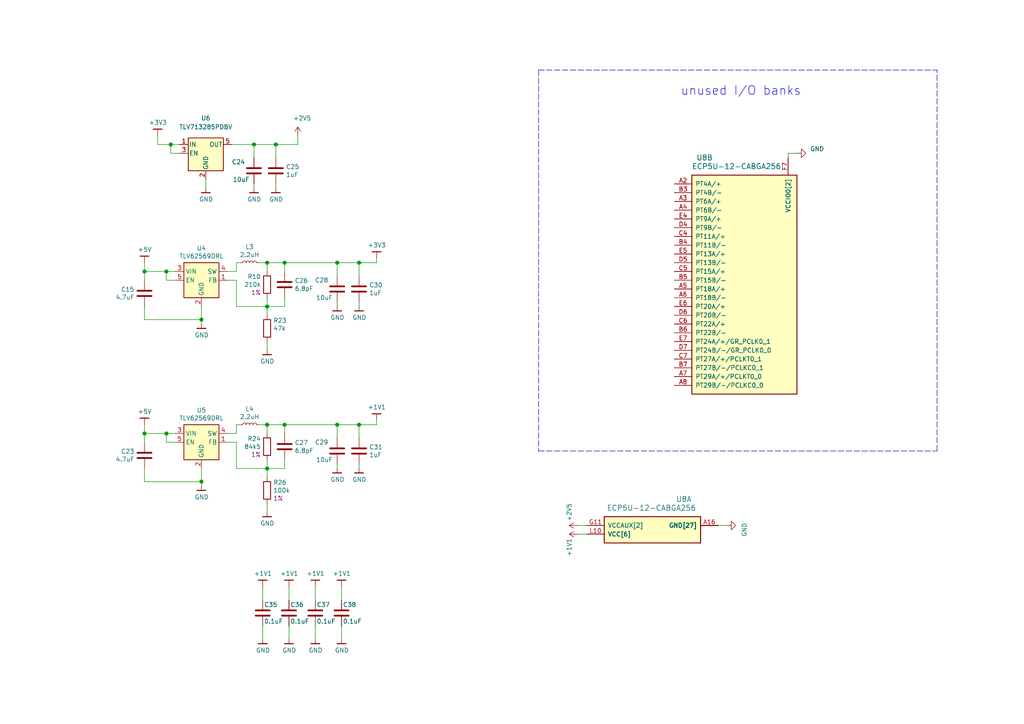
<source format=kicad_sch>
(kicad_sch (version 20230121) (generator eeschema)
  (paper "A4")
  (title_block (title "iCEBreaker+++") (date "2020-12-12") (rev "V0.1") (company "GsD") (comment 1 "2020 (C) GsD  <greg.davill@gmail.com>"))
  (lib_symbols
    (symbol "Device:C" (pin_numbers hide) (pin_names (offset 0.254))
      (property "Reference" "C" (at 0.635 2.54 0))
      (property "Value" "C" (at 0.635 -2.54 0))
      (symbol "C_0_1"
        (polyline (pts (xy -2.032 -0.762) (xy 2.032 -0.762)) (stroke (width 0.508)))
        (polyline (pts (xy -2.032 0.762) (xy 2.032 0.762)) (stroke (width 0.508)))
      )
      (symbol "C_1_1"
        (pin passive line (at 0 3.81 270) (length 2.794) (name "~") (number "1"))
        (pin passive line (at 0 -3.81 90) (length 2.794) (name "~") (number "2"))
      )
    )
    (symbol "Device:L_Small" (pin_numbers hide) (pin_names (offset 0.254) hide)
      (property "Reference" "L" (at 0.762 1.016 0))
      (property "Value" "L_Small" (at 0.762 -1.016 0))
      (symbol "L_Small_0_1"
        (arc (start 0 -2.032) (mid 0.5058 -1.524) (end 0 -1.016))
        (arc (start 0 -1.016) (mid 0.5058 -0.508) (end 0 0))
        (arc (start 0 0) (mid 0.5058 0.508) (end 0 1.016))
        (arc (start 0 1.016) (mid 0.5058 1.524) (end 0 2.032))
      )
      (symbol "L_Small_1_1"
        (pin passive line (at 0 2.54 270) (length 0.508) (name "~") (number "1"))
        (pin passive line (at 0 -2.54 90) (length 0.508) (name "~") (number "2"))
      )
    )
    (symbol "Device:R_3" (pin_numbers hide) (pin_names (offset 0))
      (property "Reference" "R" (at 2.032 0 90))
      (property "Value" "R" (at 0 0 90))
      (symbol "R_3_0_1"
        (rectangle (start -1.016 -2.54) (end 1.016 2.54) (stroke (width 0.254)))
      )
      (symbol "R_3_1_1"
        (pin passive line (at 0 3.81 270) (length 1.27) (name "~") (number "1"))
        (pin passive line (at 0 -3.81 90) (length 1.27) (name "~") (number "2"))
      )
    )
    (symbol "Device:R_4" (pin_numbers hide) (pin_names (offset 0))
      (property "Reference" "R" (at 2.032 0 90))
      (property "Value" "R" (at 0 0 90))
      (symbol "R_4_0_1"
        (rectangle (start -1.016 -2.54) (end 1.016 2.54) (stroke (width 0.254)))
      )
      (symbol "R_4_1_1"
        (pin passive line (at 0 3.81 270) (length 1.27) (name "~") (number "1"))
        (pin passive line (at 0 -3.81 90) (length 1.27) (name "~") (number "2"))
      )
    )
    (symbol "Device:R_5" (pin_numbers hide) (pin_names (offset 0))
      (property "Reference" "R" (at 2.032 0 90))
      (property "Value" "R" (at 0 0 90))
      (symbol "R_5_0_1"
        (rectangle (start -1.016 -2.54) (end 1.016 2.54) (stroke (width 0.254)))
      )
      (symbol "R_5_1_1"
        (pin passive line (at 0 3.81 270) (length 1.27) (name "~") (number "1"))
        (pin passive line (at 0 -3.81 90) (length 1.27) (name "~") (number "2"))
      )
    )
    (symbol "Device:R_6" (pin_numbers hide) (pin_names (offset 0))
      (property "Reference" "R" (at 2.032 0 90))
      (property "Value" "R" (at 0 0 90))
      (symbol "R_6_0_1"
        (rectangle (start -1.016 -2.54) (end 1.016 2.54) (stroke (width 0.254)))
      )
      (symbol "R_6_1_1"
        (pin passive line (at 0 3.81 270) (length 1.27) (name "~") (number "1"))
        (pin passive line (at 0 -3.81 90) (length 1.27) (name "~") (number "2"))
      )
    )
    (symbol "Regulator_Linear:TLV713285PDBV" (pin_names (offset 0.254))
      (property "Reference" "U" (at -3.81 5.715 0))
      (property "Value" "TLV713285PDBV" (at 0 5.715 0))
      (symbol "TLV713285PDBV_0_1"
        (rectangle (start -5.08 4.445) (end 5.08 -5.08) (stroke (width 0.254)) (fill (type background)))
      )
      (symbol "TLV713285PDBV_1_1"
        (pin power_in line (at -7.62 2.54 0) (length 2.54) (name "IN") (number "1"))
        (pin power_in line (at 0 -7.62 90) (length 2.54) (name "GND") (number "2"))
        (pin input line (at -7.62 0 0) (length 2.54) (name "EN") (number "3"))
        (pin no_connect line (at 5.08 0 180) (length 2.54) hide (name "NC") (number "4"))
        (pin power_out line (at 7.62 2.54 180) (length 2.54) (name "OUT") (number "5"))
      )
    )
    (symbol "Regulator_Switching:TLV62569DRL"
      (property "Reference" "U" (at -5.08 6.35 0))
      (property "Value" "TLV62569DRL" (at 0 6.35 0))
      (symbol "TLV62569DRL_0_1"
        (rectangle (start -5.08 5.08) (end 5.08 -5.08) (stroke (width 0.254)) (fill (type background)))
      )
      (symbol "TLV62569DRL_1_1"
        (pin input line (at 7.62 0 180) (length 2.54) (name "FB") (number "1"))
        (pin power_in line (at 0 -7.62 90) (length 2.54) (name "GND") (number "2"))
        (pin power_in line (at -7.62 2.54 0) (length 2.54) (name "VIN") (number "3"))
        (pin power_out line (at 7.62 2.54 180) (length 2.54) (name "SW") (number "4"))
        (pin input line (at -7.62 0 0) (length 2.54) (name "EN") (number "5"))
        (pin no_connect line (at 5.08 -2.54 180) (length 2.54) hide (name "NC") (number "6"))
      )
    )
    (symbol "gkl_power:+1V1" (power) (pin_names (offset 0))
      (property "Value" "+1V1" (at 0 3.556 0))
      (symbol "+1V1_0_1"
        (polyline (pts (xy -1.27 1.905) (xy 1.27 1.905)) (stroke (width 0.3048)))
        (polyline (pts (xy 0 0) (xy 0 1.905)))
      )
      (symbol "+1V1_1_1"
        (pin power_in line (at 0 0 90) (length 0) hide (name "+1V1") (number "1"))
      )
    )
    (symbol "gkl_power:+3V3" (power) (pin_names (offset 0))
      (property "Value" "+3V3" (at 0 3.556 0))
      (symbol "+3V3_0_1"
        (polyline (pts (xy -1.27 1.905) (xy 1.27 1.905)) (stroke (width 0.3048)))
        (polyline (pts (xy 0 0) (xy 0 1.905)))
      )
      (symbol "+3V3_1_1"
        (pin power_in line (at 0 0 90) (length 0) hide (name "+3V3") (number "1"))
      )
    )
    (symbol "gkl_power:+5V" (power) (pin_names (offset 0))
      (property "Value" "+5V" (at 0 3.175 0))
      (symbol "+5V_0_1"
        (polyline (pts (xy -1.27 1.905) (xy 1.27 1.905)) (stroke (width 0.3048)))
        (polyline (pts (xy 0 0) (xy 0 1.905)))
      )
      (symbol "+5V_1_1"
        (pin power_in line (at 0 0 90) (length 0) hide (name "+5V") (number "1"))
      )
    )
    (symbol "gkl_power:GND" (power) (pin_names (offset 0))
      (property "Value" "GND" (at 0 -2.54 0))
      (symbol "GND_0_1"
        (polyline (pts (xy 0 -1.27) (xy 0 0)))
        (polyline (pts (xy 1.27 -1.27) (xy -1.27 -1.27)) (stroke (width 0.3048)))
      )
      (symbol "GND_1_1"
        (pin power_in line (at 0 0 270) (length 0) hide (name "GND") (number "1"))
      )
    )
    (symbol "gsd-kicad:ECP5U-12-CABGA256" (pin_names (offset 1.016))
      (property "Reference" "U" (at 3.81 6.35 0))
      (property "Value" "ECP5U-12-CABGA256" (at 3.81 3.81 0))
      (symbol "ECP5U-12-CABGA256_1_1"
        (rectangle (start 5.08 17.78) (end 12.7 -10.16) (stroke (width 0.3048)) (fill (type background)))
        (pin power_in line (at 7.62 -15.24 90) (length 5.08) (name "GND[27]") (number "A1"))
        (pin power_in line (at 7.62 -15.24 90) (length 5.08) (name "GND[27]") (number "A16"))
        (pin power_in line (at 7.62 -15.24 90) (length 5.08) (name "GND[27]") (number "D15"))
        (pin power_in line (at 7.62 -15.24 90) (length 5.08) (name "GND[27]") (number "D2"))
        (pin power_in line (at 7.62 -15.24 90) (length 5.08) (name "GND[27]") (number "F8"))
        (pin power_in line (at 7.62 -15.24 90) (length 5.08) (name "GND[27]") (number "F9"))
        (pin power_in line (at 7.62 -15.24 90) (length 5.08) (name "GND[27]") (number "G10"))
        (pin power_in line (at 7.62 22.86 270) (length 5.08) (name "VCCAUX[2]") (number "G11"))
        (pin power_in line (at 10.16 22.86 270) (length 5.08) (name "VCC[6]") (number "G6"))
        (pin power_in line (at 10.16 22.86 270) (length 5.08) (name "VCC[6]") (number "G7"))
        (pin power_in line (at 7.62 -15.24 90) (length 5.08) (name "GND[27]") (number "G8"))
        (pin power_in line (at 10.16 22.86 270) (length 5.08) (name "VCC[6]") (number "G9"))
        (pin power_in line (at 7.62 -15.24 90) (length 5.08) (name "GND[27]") (number "H1"))
        (pin power_in line (at 7.62 -15.24 90) (length 5.08) (name "GND[27]") (number "H10"))
        (pin power_in line (at 7.62 -15.24 90) (length 5.08) (name "GND[27]") (number "H16"))
        (pin power_in line (at 7.62 -15.24 90) (length 5.08) (name "GND[27]") (number "H8"))
        (pin power_in line (at 7.62 -15.24 90) (length 5.08) (name "GND[27]") (number "H9"))
        (pin power_in line (at 7.62 -15.24 90) (length 5.08) (name "GND[27]") (number "J10"))
        (pin power_in line (at 7.62 -15.24 90) (length 5.08) (name "GND[27]") (number "J8"))
        (pin power_in line (at 7.62 -15.24 90) (length 5.08) (name "GND[27]") (number "J9"))
        (pin power_in line (at 7.62 -15.24 90) (length 5.08) (name "GND[27]") (number "K10"))
        (pin power_in line (at 7.62 -15.24 90) (length 5.08) (name "GND[27]") (number "K6"))
        (pin power_in line (at 7.62 -15.24 90) (length 5.08) (name "GND[27]") (number "K7"))
        (pin power_in line (at 7.62 -15.24 90) (length 5.08) (name "GND[27]") (number "K8"))
        (pin power_in line (at 7.62 -15.24 90) (length 5.08) (name "GND[27]") (number "K9"))
        (pin power_in line (at 10.16 22.86 270) (length 5.08) (name "VCC[6]") (number "L10"))
        (pin power_in line (at 7.62 22.86 270) (length 5.08) (name "VCCAUX[2]") (number "L7"))
        (pin power_in line (at 10.16 22.86 270) (length 5.08) (name "VCC[6]") (number "L8"))
        (pin power_in line (at 10.16 22.86 270) (length 5.08) (name "VCC[6]") (number "L9"))
        (pin power_in line (at 7.62 -15.24 90) (length 5.08) (name "GND[27]") (number "N15"))
        (pin power_in line (at 7.62 -15.24 90) (length 5.08) (name "GND[27]") (number "N2"))
        (pin power_in line (at 7.62 -15.24 90) (length 5.08) (name "GND[27]") (number "T1"))
        (pin power_in line (at 7.62 -15.24 90) (length 5.08) (name "GND[27]") (number "T12"))
        (pin power_in line (at 7.62 -15.24 90) (length 5.08) (name "GND[27]") (number "T16"))
        (pin power_in line (at 7.62 -15.24 90) (length 5.08) (name "GND[27]") (number "T5"))
      )
      (symbol "ECP5U-12-CABGA256_2_1"
        (rectangle (start 5.08 2.54) (end 35.56 -60.96) (stroke (width 0.3048)) (fill (type background)))
        (pin bidirectional line (at 0 0 0) (length 5.08) (name "PT4A/+") (number "A2"))
        (pin bidirectional line (at 0 -5.08 0) (length 5.08) (name "PT6A/+") (number "A3"))
        (pin bidirectional line (at 0 -7.62 0) (length 5.08) (name "PT6B/-") (number "A4"))
        (pin bidirectional line (at 0 -30.48 0) (length 5.08) (name "PT18A/+") (number "A5"))
        (pin bidirectional line (at 0 -33.02 0) (length 5.08) (name "PT18B/-") (number "A6"))
        (pin bidirectional line (at 0 -55.88 0) (length 5.08) (name "PT29A/+/PCLKT0_0") (number "A7"))
        (pin bidirectional line (at 0 -58.42 0) (length 5.08) (name "PT29B/-/PCLKC0_0") (number "A8"))
        (pin bidirectional line (at 0 -2.54 0) (length 5.08) (name "PT4B/-") (number "B3"))
        (pin bidirectional line (at 0 -17.78 0) (length 5.08) (name "PT11B/-") (number "B4"))
        (pin bidirectional line (at 0 -27.94 0) (length 5.08) (name "PT15B/-") (number "B5"))
        (pin bidirectional line (at 0 -43.18 0) (length 5.08) (name "PT22B/-") (number "B6"))
        (pin bidirectional line (at 0 -53.34 0) (length 5.08) (name "PT27B/-/PCLKC0_1") (number "B7"))
        (pin bidirectional line (at 0 -15.24 0) (length 5.08) (name "PT11A/+") (number "C4"))
        (pin bidirectional line (at 0 -25.4 0) (length 5.08) (name "PT15A/+") (number "C5"))
        (pin bidirectional line (at 0 -40.64 0) (length 5.08) (name "PT22A/+") (number "C6"))
        (pin bidirectional line (at 0 -50.8 0) (length 5.08) (name "PT27A/+/PCLKT0_1") (number "C7"))
        (pin bidirectional line (at 0 -12.7 0) (length 5.08) (name "PT9B/-") (number "D4"))
        (pin bidirectional line (at 0 -22.86 0) (length 5.08) (name "PT13B/-") (number "D5"))
        (pin bidirectional line (at 0 -38.1 0) (length 5.08) (name "PT20B/-") (number "D6"))
        (pin bidirectional line (at 0 -48.26 0) (length 5.08) (name "PT24B/-/GR_PCLK0_0") (number "D7"))
        (pin bidirectional line (at 0 -10.16 0) (length 5.08) (name "PT9A/+") (number "E4"))
        (pin bidirectional line (at 0 -20.32 0) (length 5.08) (name "PT13A/+") (number "E5"))
        (pin bidirectional line (at 0 -35.56 0) (length 5.08) (name "PT20A/+") (number "E6"))
        (pin bidirectional line (at 0 -45.72 0) (length 5.08) (name "PT24A/+/GR_PCLK0_1") (number "E7"))
        (pin power_in line (at 33.02 7.62 270) (length 5.08) (name "VCCIO0[2]") (number "F6"))
        (pin power_in line (at 33.02 7.62 270) (length 5.08) (name "VCCIO0[2]") (number "F7"))
      )
      (symbol "ECP5U-12-CABGA256_3_1"
        (rectangle (start 5.08 2.54) (end 35.56 -81.28) (stroke (width 0.3048)) (fill (type background)))
        (pin bidirectional line (at 0 -22.86 0) (length 5.08) (name "PT42B/-") (number "A10"))
        (pin bidirectional line (at 0 -45.72 0) (length 5.08) (name "PT53A/+") (number "A11"))
        (pin bidirectional line (at 0 -48.26 0) (length 5.08) (name "PT53B/-") (number "A12"))
        (pin bidirectional line (at 0 -71.12 0) (length 5.08) (name "PT65A/+") (number "A13"))
        (pin bidirectional line (at 0 -73.66 0) (length 5.08) (name "PT65B/-") (number "A14"))
        (pin bidirectional line (at 0 -78.74 0) (length 5.08) (name "PT67B/-") (number "A15"))
        (pin bidirectional line (at 0 -20.32 0) (length 5.08) (name "PT42A/+") (number "A9"))
        (pin bidirectional line (at 0 -25.4 0) (length 5.08) (name "PT44A/+") (number "B10"))
        (pin bidirectional line (at 0 -35.56 0) (length 5.08) (name "PT49A/+") (number "B11"))
        (pin bidirectional line (at 0 -50.8 0) (length 5.08) (name "PT56A/+") (number "B12"))
        (pin bidirectional line (at 0 -60.96 0) (length 5.08) (name "PT60A/+") (number "B13"))
        (pin bidirectional line (at 0 -76.2 0) (length 5.08) (name "PT67A/+") (number "B14"))
        (pin bidirectional line (at 0 -7.62 0) (length 5.08) (name "PT35B/-/PCLKC1_0") (number "B8"))
        (pin bidirectional line (at 0 -10.16 0) (length 5.08) (name "PT38A/+/GR_PCLK1_0") (number "B9"))
        (pin bidirectional line (at 0 -27.94 0) (length 5.08) (name "PT44B/-") (number "C10"))
        (pin bidirectional line (at 0 -38.1 0) (length 5.08) (name "PT49B/-") (number "C11"))
        (pin bidirectional line (at 0 -53.34 0) (length 5.08) (name "PT56B/-") (number "C12"))
        (pin bidirectional line (at 0 -63.5 0) (length 5.08) (name "PT60B/-") (number "C13"))
        (pin bidirectional line (at 0 -5.08 0) (length 5.08) (name "PT35A/+/PCLKT1_0") (number "C8"))
        (pin bidirectional line (at 0 -12.7 0) (length 5.08) (name "PT38B/-/GR_PCLK1_1") (number "C9"))
        (pin bidirectional line (at 0 -30.48 0) (length 5.08) (name "PT47A/+") (number "D10"))
        (pin bidirectional line (at 0 -40.64 0) (length 5.08) (name "PT51A/+") (number "D11"))
        (pin bidirectional line (at 0 -55.88 0) (length 5.08) (name "PT58A/+") (number "D12"))
        (pin bidirectional line (at 0 -66.04 0) (length 5.08) (name "PT62A/+") (number "D13"))
        (pin bidirectional line (at 0 -2.54 0) (length 5.08) (name "PT33B/-/PCLKC1_1") (number "D8"))
        (pin bidirectional line (at 0 -15.24 0) (length 5.08) (name "PT40A/+") (number "D9"))
        (pin bidirectional line (at 0 -33.02 0) (length 5.08) (name "PT47B/-") (number "E10"))
        (pin bidirectional line (at 0 -43.18 0) (length 5.08) (name "PT51B/-") (number "E11"))
        (pin bidirectional line (at 0 -58.42 0) (length 5.08) (name "PT58B/-") (number "E12"))
        (pin bidirectional line (at 0 -68.58 0) (length 5.08) (name "PT62B/-") (number "E13"))
        (pin bidirectional line (at 0 0 0) (length 5.08) (name "PT33A/+/PCLKT1_1") (number "E8"))
        (pin bidirectional line (at 0 -17.78 0) (length 5.08) (name "PT40B/-") (number "E9"))
        (pin power_in line (at 33.02 7.62 270) (length 5.08) (name "VCCIO1[2]") (number "F10"))
        (pin power_in line (at 33.02 7.62 270) (length 5.08) (name "VCCIO1[2]") (number "F11"))
      )
      (symbol "ECP5U-12-CABGA256_4_1"
        (rectangle (start 5.08 2.54) (end 48.26 -81.28) (stroke (width 0.3048)) (fill (type background)))
        (pin bidirectional line (at 0 -2.54 0) (length 5.08) (name "PR2B/-/S0_IN/HS/RDQ8") (number "B15"))
        (pin bidirectional line (at 0 0 0) (length 5.08) (name "PR2A/+/HS/RDQ8") (number "B16"))
        (pin bidirectional line (at 0 -5.08 0) (length 5.08) (name "PR2C/+/RDQ8") (number "C14"))
        (pin bidirectional line (at 0 -12.7 0) (length 5.08) (name "PR5B/-/HS/RDQ8") (number "C15"))
        (pin bidirectional line (at 0 -10.16 0) (length 5.08) (name "PR5A/+/HS/RDQ8") (number "C16"))
        (pin bidirectional line (at 0 -7.62 0) (length 5.08) (name "PR2D/-/RDQ8") (number "D14"))
        (pin bidirectional line (at 0 -20.32 0) (length 5.08) (name "PR8A/+/HS/RDQS8") (number "D16"))
        (pin bidirectional line (at 0 -15.24 0) (length 5.08) (name "PR5C/+/RDQ8") (number "E14"))
        (pin bidirectional line (at 0 -22.86 0) (length 5.08) (name "PR8B/-/HS/RDQSN8") (number "E15"))
        (pin bidirectional line (at 0 -38.1 0) (length 5.08) (name "PR11D/-/RDQ8") (number "E16"))
        (pin bidirectional line (at 0 -27.94 0) (length 5.08) (name "PR8D/-/RDQ8") (number "F12"))
        (pin bidirectional line (at 0 -25.4 0) (length 5.08) (name "PR8C/+/RDQ8") (number "F13"))
        (pin bidirectional line (at 0 -17.78 0) (length 5.08) (name "PR5D/-/RDQ8") (number "F14"))
        (pin bidirectional line (at 0 -35.56 0) (length 5.08) (name "PR11C/+/RDQ8") (number "F15"))
        (pin bidirectional line (at 0 -40.64 0) (length 5.08) (name "PR14A/+/HS/RDQ20") (number "F16"))
        (pin bidirectional line (at 0 -30.48 0) (length 5.08) (name "PR11A/+/HS/RDQ8") (number "G12"))
        (pin bidirectional line (at 0 -33.02 0) (length 5.08) (name "PR11B/-/HS/RDQ8") (number "G13"))
        (pin bidirectional line (at 0 -45.72 0) (length 5.08) (name "PR14C/+/VREF1_2/RDQ20") (number "G14"))
        (pin bidirectional line (at 0 -43.18 0) (length 5.08) (name "PR14B/-/HS/RDQ20") (number "G15"))
        (pin bidirectional line (at 0 -60.96 0) (length 5.08) (name "PR20A/+/GR_PCLK2_1/HS/RDQS20") (number "G16"))
        (pin power_in line (at 45.72 7.62 270) (length 5.08) (name "VCCIO2[2]") (number "H11"))
        (pin bidirectional line (at 0 -50.8 0) (length 5.08) (name "PR17A/+/HS/RDQ20") (number "H12"))
        (pin bidirectional line (at 0 -53.34 0) (length 5.08) (name "PR17B/-/HS/RDQ20") (number "H13"))
        (pin bidirectional line (at 0 -48.26 0) (length 5.08) (name "PR14D/-/RDQ20") (number "H14"))
        (pin bidirectional line (at 0 -63.5 0) (length 5.08) (name "PR20B/-/HS/RDQSN20") (number "H15"))
        (pin power_in line (at 45.72 7.62 270) (length 5.08) (name "VCCIO2[2]") (number "J11"))
        (pin bidirectional line (at 0 -58.42 0) (length 5.08) (name "PR17D/-/RDQ20") (number "J12"))
        (pin bidirectional line (at 0 -55.88 0) (length 5.08) (name "PR17C/+/RDQ20") (number "J13"))
        (pin bidirectional line (at 0 -66.04 0) (length 5.08) (name "PR20C/+/GR_PCLK2_0/RDQ20") (number "J14"))
        (pin bidirectional line (at 0 -73.66 0) (length 5.08) (name "PR23B/-/PCLKC2_1/HS/RDQ20") (number "J15"))
        (pin bidirectional line (at 0 -71.12 0) (length 5.08) (name "PR23A/+/PCLKT2_1/HS/RDQ20") (number "J16"))
        (pin bidirectional line (at 0 -68.58 0) (length 5.08) (name "PR20D/-/RDQ20") (number "K14"))
        (pin bidirectional line (at 0 -78.74 0) (length 5.08) (name "PR23D/-/PCLKC2_0/RDQ20") (number "K15"))
        (pin bidirectional line (at 0 -76.2 0) (length 5.08) (name "PR23C/+/PCLKT2_0/RDQ20") (number "K16"))
      )
      (symbol "ECP5U-12-CABGA256_5_1"
        (rectangle (start 5.08 2.54) (end 48.26 -81.28) (stroke (width 0.3048)) (fill (type background)))
        (pin power_in line (at 45.72 7.62 270) (length 5.08) (name "VCCIO3[2]") (number "K11"))
        (pin bidirectional line (at 0 -12.7 0) (length 5.08) (name "PR29B/-/HS/RDQ32") (number "K12"))
        (pin bidirectional line (at 0 -10.16 0) (length 5.08) (name "PR29A/+/GR_PCLK3_0/HS/RDQ32") (number "K13"))
        (pin power_in line (at 45.72 7.62 270) (length 5.08) (name "VCCIO3[2]") (number "L11"))
        (pin bidirectional line (at 0 -17.78 0) (length 5.08) (name "PR29D/-/RDQ32") (number "L12"))
        (pin bidirectional line (at 0 -15.24 0) (length 5.08) (name "PR29C/+/GR_PCLK3_1/RDQ32") (number "L13"))
        (pin bidirectional line (at 0 -25.4 0) (length 5.08) (name "PR32C/+/RDQ32") (number "L14"))
        (pin bidirectional line (at 0 -2.54 0) (length 5.08) (name "PR26B/-/PCLKC3_1/HS/RDQ32") (number "L15"))
        (pin bidirectional line (at 0 0 0) (length 5.08) (name "PR26A/+/PCLKT3_1/HS/RDQ32") (number "L16"))
        (pin bidirectional line (at 0 -71.12 0) (length 5.08) (name "PR47A/+/HS/RDQ44") (number "M11"))
        (pin bidirectional line (at 0 -66.04 0) (length 5.08) (name "PR44C/+/RDQ44") (number "M12"))
        (pin bidirectional line (at 0 -35.56 0) (length 5.08) (name "PR35C/+/RDQ32") (number "M13"))
        (pin bidirectional line (at 0 -27.94 0) (length 5.08) (name "PR32D/-/RDQ32") (number "M14"))
        (pin bidirectional line (at 0 -7.62 0) (length 5.08) (name "PR26D/-/PCLKC3_0/RDQ32") (number "M15"))
        (pin bidirectional line (at 0 -5.08 0) (length 5.08) (name "PR26C/+/PCLKT3_0/RDQ32") (number "M16"))
        (pin bidirectional line (at 0 -73.66 0) (length 5.08) (name "PR47B/-/HS/RDQ44") (number "N11"))
        (pin bidirectional line (at 0 -68.58 0) (length 5.08) (name "PR44D/-/RDQ44") (number "N12"))
        (pin bidirectional line (at 0 -40.64 0) (length 5.08) (name "PR38A/+/HS/RDQ44") (number "N13"))
        (pin bidirectional line (at 0 -38.1 0) (length 5.08) (name "PR35D/-/RDQ32") (number "N14"))
        (pin bidirectional line (at 0 -20.32 0) (length 5.08) (name "PR32A/+/HS/RDQS32") (number "N16"))
        (pin bidirectional line (at 0 -76.2 0) (length 5.08) (name "PR47C/+/LRC_GPLL0T_IN/RDQ44") (number "P11"))
        (pin bidirectional line (at 0 -78.74 0) (length 5.08) (name "PR47D/-/LRC_GPLL0C_IN/RDQ44") (number "P12"))
        (pin bidirectional line (at 0 -50.8 0) (length 5.08) (name "PR41A/+/HS/RDQ44") (number "P13"))
        (pin bidirectional line (at 0 -43.18 0) (length 5.08) (name "PR38B/-/HS/RDQ44") (number "P14"))
        (pin bidirectional line (at 0 -22.86 0) (length 5.08) (name "PR32B/-/HS/RDQSN32") (number "P15"))
        (pin bidirectional line (at 0 -30.48 0) (length 5.08) (name "PR35A/+/HS/RDQ32") (number "P16"))
        (pin bidirectional line (at 0 -60.96 0) (length 5.08) (name "PR44A/+/HS/RDQS44") (number "R12"))
        (pin bidirectional line (at 0 -55.88 0) (length 5.08) (name "PR41C/+/RDQ44") (number "R13"))
        (pin bidirectional line (at 0 -53.34 0) (length 5.08) (name "PR41B/-/HS/RDQ44") (number "R14"))
        (pin bidirectional line (at 0 -45.72 0) (length 5.08) (name "PR38C/+/RDQ44") (number "R15"))
        (pin bidirectional line (at 0 -33.02 0) (length 5.08) (name "PR35B/-/VREF1_3/HS/RDQ32") (number "R16"))
        (pin bidirectional line (at 0 -63.5 0) (length 5.08) (name "PR44B/-/HS/RDQSN44") (number "T13"))
        (pin bidirectional line (at 0 -58.42 0) (length 5.08) (name "PR41D/-/RDQ44") (number "T14"))
        (pin bidirectional line (at 0 -48.26 0) (length 5.08) (name "PR38D/-/RDQ44") (number "T15"))
      )
      (symbol "ECP5U-12-CABGA256_6_1"
        (rectangle (start 5.08 2.54) (end 48.26 -81.28) (stroke (width 0.3048)) (fill (type background)))
        (pin power_in line (at 45.72 7.62 270) (length 5.08) (name "VCCIO6[2]") (number "J6"))
        (pin power_in line (at 45.72 7.62 270) (length 5.08) (name "VCCIO6[2]") (number "J7"))
        (pin bidirectional line (at 0 -10.16 0) (length 5.08) (name "PL29A/+/GR_PCLK6_0/HS/LDQ32") (number "K4"))
        (pin bidirectional line (at 0 -12.7 0) (length 5.08) (name "PL29B/-/HS/LDQ32") (number "K5"))
        (pin bidirectional line (at 0 0 0) (length 5.08) (name "PL26A/+/PCLKT6_1/HS/LDQ32") (number "L1"))
        (pin bidirectional line (at 0 -2.54 0) (length 5.08) (name "PL26B/-/PCLKC6_1/HS/LDQ32") (number "L2"))
        (pin bidirectional line (at 0 -25.4 0) (length 5.08) (name "PL32C/+/LDQ32") (number "L3"))
        (pin bidirectional line (at 0 -15.24 0) (length 5.08) (name "PL29C/+/GR_PCLK6_1/LDQ32") (number "L4"))
        (pin bidirectional line (at 0 -17.78 0) (length 5.08) (name "PL29D/-/LDQ32") (number "L5"))
        (pin bidirectional line (at 0 -5.08 0) (length 5.08) (name "PL26C/+/PCLKT6_0/LDQ32") (number "M1"))
        (pin bidirectional line (at 0 -7.62 0) (length 5.08) (name "PL26D/-/PCLKC6_0/LDQ32") (number "M2"))
        (pin bidirectional line (at 0 -27.94 0) (length 5.08) (name "PL32D/-/LDQ32") (number "M3"))
        (pin bidirectional line (at 0 -35.56 0) (length 5.08) (name "PL35C/+/LDQ32") (number "M4"))
        (pin bidirectional line (at 0 -66.04 0) (length 5.08) (name "PL44C/+/LDQ44") (number "M5"))
        (pin bidirectional line (at 0 -71.12 0) (length 5.08) (name "PL47A/+/HS/LDQ44") (number "M6"))
        (pin bidirectional line (at 0 -20.32 0) (length 5.08) (name "PL32A/+/HS/LDQS32") (number "N1"))
        (pin bidirectional line (at 0 -38.1 0) (length 5.08) (name "PL35D/-/LDQ32") (number "N3"))
        (pin bidirectional line (at 0 -40.64 0) (length 5.08) (name "PL38A/+/HS/LDQ44") (number "N4"))
        (pin bidirectional line (at 0 -68.58 0) (length 5.08) (name "PL44D/-/LDQ44") (number "N5"))
        (pin bidirectional line (at 0 -73.66 0) (length 5.08) (name "PL47B/-/HS/LDQ44") (number "N6"))
        (pin bidirectional line (at 0 -30.48 0) (length 5.08) (name "PL35A/+/HS/LDQ32") (number "P1"))
        (pin bidirectional line (at 0 -22.86 0) (length 5.08) (name "PL32B/-/HS/LDQSN32") (number "P2"))
        (pin bidirectional line (at 0 -43.18 0) (length 5.08) (name "PL38B/-/HS/LDQ44") (number "P3"))
        (pin bidirectional line (at 0 -50.8 0) (length 5.08) (name "PL41A/+/HS/LDQ44") (number "P4"))
        (pin bidirectional line (at 0 -78.74 0) (length 5.08) (name "PL47D/-/LLC_GPLL0C_IN/LDQ44") (number "P5"))
        (pin bidirectional line (at 0 -76.2 0) (length 5.08) (name "PL47C/+/LLC_GPLL0T_IN/LDQ44") (number "P6"))
        (pin bidirectional line (at 0 -33.02 0) (length 5.08) (name "PL35B/-/VREF1_6/HS/LDQ32") (number "R1"))
        (pin bidirectional line (at 0 -45.72 0) (length 5.08) (name "PL38C/+/LDQ44") (number "R2"))
        (pin bidirectional line (at 0 -53.34 0) (length 5.08) (name "PL41B/-/HS/LDQ44") (number "R3"))
        (pin bidirectional line (at 0 -55.88 0) (length 5.08) (name "PL41C/+/LDQ44") (number "R4"))
        (pin bidirectional line (at 0 -60.96 0) (length 5.08) (name "PL44A/+/HS/LDQS44") (number "R5"))
        (pin bidirectional line (at 0 -48.26 0) (length 5.08) (name "PL38D/-/LDQ44") (number "T2"))
        (pin bidirectional line (at 0 -58.42 0) (length 5.08) (name "PL41D/-/LDQ44") (number "T3"))
        (pin bidirectional line (at 0 -63.5 0) (length 5.08) (name "PL44B/-/HS/LDQSN44") (number "T4"))
      )
      (symbol "ECP5U-12-CABGA256_7_1"
        (rectangle (start 5.08 2.54) (end 48.26 -81.28) (stroke (width 0.3048)) (fill (type background)))
        (pin bidirectional line (at 0 0 0) (length 5.08) (name "PL2A/+/HS/LDQ8") (number "B1"))
        (pin bidirectional line (at 0 -2.54 0) (length 5.08) (name "PL2B/-/HS/LDQ8") (number "B2"))
        (pin bidirectional line (at 0 -10.16 0) (length 5.08) (name "PL5A/+/HS/LDQ8") (number "C1"))
        (pin bidirectional line (at 0 -12.7 0) (length 5.08) (name "PL5B/-/HS/LDQ8") (number "C2"))
        (pin bidirectional line (at 0 -5.08 0) (length 5.08) (name "PL2C/+/LDQ8") (number "C3"))
        (pin bidirectional line (at 0 -20.32 0) (length 5.08) (name "PL8A/+/HS/LDQS8") (number "D1"))
        (pin bidirectional line (at 0 -7.62 0) (length 5.08) (name "PL2D/-/LDQ8") (number "D3"))
        (pin bidirectional line (at 0 -38.1 0) (length 5.08) (name "PL11D/-/LDQ8") (number "E1"))
        (pin bidirectional line (at 0 -22.86 0) (length 5.08) (name "PL8B/-/HS/LDQSN8") (number "E2"))
        (pin bidirectional line (at 0 -15.24 0) (length 5.08) (name "PL5C/+/LDQ8") (number "E3"))
        (pin bidirectional line (at 0 -40.64 0) (length 5.08) (name "PL14A/+/HS/LDQ20") (number "F1"))
        (pin bidirectional line (at 0 -35.56 0) (length 5.08) (name "PL11C/+/LDQ8") (number "F2"))
        (pin bidirectional line (at 0 -17.78 0) (length 5.08) (name "PL5D/-/LDQ8") (number "F3"))
        (pin bidirectional line (at 0 -25.4 0) (length 5.08) (name "PL8C/+/LDQ8") (number "F4"))
        (pin bidirectional line (at 0 -27.94 0) (length 5.08) (name "PL8D/-/LDQ8") (number "F5"))
        (pin bidirectional line (at 0 -60.96 0) (length 5.08) (name "PL20A/+/GR_PCLK7_1/HS/LDQS20") (number "G1"))
        (pin bidirectional line (at 0 -43.18 0) (length 5.08) (name "PL14B/-/HS/LDQ20") (number "G2"))
        (pin bidirectional line (at 0 -45.72 0) (length 5.08) (name "PL14C/+/VREF1_7/LDQ20") (number "G3"))
        (pin bidirectional line (at 0 -33.02 0) (length 5.08) (name "PL11B/-/HS/LDQ8") (number "G4"))
        (pin bidirectional line (at 0 -30.48 0) (length 5.08) (name "PL11A/+/HS/LDQ8") (number "G5"))
        (pin bidirectional line (at 0 -63.5 0) (length 5.08) (name "PL20B/-/HS/LDQSN20") (number "H2"))
        (pin bidirectional line (at 0 -48.26 0) (length 5.08) (name "PL14D/-/LDQ20") (number "H3"))
        (pin bidirectional line (at 0 -53.34 0) (length 5.08) (name "PL17B/-/HS/LDQ20") (number "H4"))
        (pin bidirectional line (at 0 -50.8 0) (length 5.08) (name "PL17A/+/HS/LDQ20") (number "H5"))
        (pin power_in line (at 45.72 7.62 270) (length 5.08) (name "VCCIO7[2]") (number "H6"))
        (pin power_in line (at 45.72 7.62 270) (length 5.08) (name "VCCIO7[2]") (number "H7"))
        (pin bidirectional line (at 0 -71.12 0) (length 5.08) (name "PL23A/+/PCLKT7_1/HS/LDQ20") (number "J1"))
        (pin bidirectional line (at 0 -73.66 0) (length 5.08) (name "PL23B/-/PCLKC7_1/HS/LDQ20") (number "J2"))
        (pin bidirectional line (at 0 -66.04 0) (length 5.08) (name "PL20C/+/GR_PCLK7_0/LDQ20") (number "J3"))
        (pin bidirectional line (at 0 -55.88 0) (length 5.08) (name "PL17C/+/LDQ20") (number "J4"))
        (pin bidirectional line (at 0 -58.42 0) (length 5.08) (name "PL17D/-/LDQ20") (number "J5"))
        (pin bidirectional line (at 0 -76.2 0) (length 5.08) (name "PL23C/+/PCLKT7_0/LDQ20") (number "K1"))
        (pin bidirectional line (at 0 -78.74 0) (length 5.08) (name "PL23D/-/PCLKC7_0/LDQ20") (number "K2"))
        (pin bidirectional line (at 0 -68.58 0) (length 5.08) (name "PL20D/-/LDQ20") (number "K3"))
      )
      (symbol "ECP5U-12-CABGA256_8_1"
        (rectangle (start 5.08 2.54) (end 53.34 -50.8) (stroke (width 0.3048)) (fill (type background)))
        (pin power_in line (at 50.8 7.62 270) (length 5.08) (name "VCCIO8") (number "L6"))
        (pin bidirectional line (at 0 -27.94 0) (length 5.08) (name "PB9B/-/D2/IO2") (number "M7"))
        (pin bidirectional line (at 0 -43.18 0) (length 5.08) (name "PB15B/-/DOUT/CSON") (number "M8"))
        (pin bidirectional line (at 0 -45.72 0) (length 5.08) (name "PB18A/WRITEN") (number "M9"))
        (pin bidirectional line (at 0 -2.54 0) (length 5.08) (name "CFG_0") (number "N10"))
        (pin bidirectional line (at 0 -25.4 0) (length 5.08) (name "PB9A/+/D3/IO3") (number "N7"))
        (pin bidirectional line (at 0 -40.64 0) (length 5.08) (name "PB15A/+/HOLDN/DI/BUSY/CSSPIN/CEN") (number "N8"))
        (pin bidirectional line (at 0 0 0) (length 5.08) (name "CCLK/MCLK/SCK") (number "N9"))
        (pin bidirectional line (at 0 -5.08 0) (length 5.08) (name "CFG_1") (number "P10"))
        (pin bidirectional line (at 0 -22.86 0) (length 5.08) (name "PB6B/-/D4/MOSI2/IO4") (number "P7"))
        (pin bidirectional line (at 0 -38.1 0) (length 5.08) (name "PB13B/-/CS1N") (number "P8"))
        (pin bidirectional line (at 0 -10.16 0) (length 5.08) (name "DONE") (number "P9"))
        (pin bidirectional line (at 0 -7.62 0) (length 5.08) (name "CFG_2") (number "R10"))
        (pin bidirectional line (at 0 -17.78 0) (length 5.08) (name "PB4B/-/D6/IO6") (number "R6"))
        (pin bidirectional line (at 0 -20.32 0) (length 5.08) (name "PB6A/+/D5/MISO2/IO5") (number "R7"))
        (pin bidirectional line (at 0 -35.56 0) (length 5.08) (name "PB13A/+/SN/CSN") (number "R8"))
        (pin bidirectional line (at 0 -48.26 0) (length 5.08) (name "PROGRAMN") (number "R9"))
        (pin bidirectional line (at 0 -15.24 0) (length 5.08) (name "PB4A/+/D7/IO7") (number "T6"))
        (pin bidirectional line (at 0 -30.48 0) (length 5.08) (name "PB11A/+/D1/MISO/IO1") (number "T7"))
        (pin bidirectional line (at 0 -33.02 0) (length 5.08) (name "PB11B/-/D0/MOSI/IO0") (number "T8"))
        (pin bidirectional line (at 0 -12.7 0) (length 5.08) (name "INITN") (number "T9"))
      )
      (symbol "ECP5U-12-CABGA256_9_1"
        (rectangle (start 5.08 2.54) (end 12.7 -10.16) (stroke (width 0.3048)) (fill (type background)))
        (pin bidirectional line (at 0 -5.08 0) (length 5.08) (name "TDO") (number "M10"))
        (pin bidirectional line (at 0 -2.54 0) (length 5.08) (name "TDI") (number "R11"))
        (pin bidirectional line (at 0 0 0) (length 5.08) (name "TCK") (number "T10"))
        (pin bidirectional line (at 0 -7.62 0) (length 5.08) (name "TMS") (number "T11"))
      )
    )
    (symbol "power:+1V1" (power) (pin_names (offset 0))
      (property "Value" "+1V1" (at 0 3.556 0))
      (symbol "+1V1_0_1"
        (polyline (pts (xy -0.762 1.27) (xy 0 2.54)))
        (polyline (pts (xy 0 0) (xy 0 2.54)))
        (polyline (pts (xy 0 2.54) (xy 0.762 1.27)))
      )
      (symbol "+1V1_1_1"
        (pin power_in line (at 0 0 90) (length 0) hide (name "+1V1") (number "1"))
      )
    )
    (symbol "power:+2V5" (power) (pin_names (offset 0))
      (property "Value" "+2V5" (at 0 3.556 0))
      (symbol "+2V5_0_1"
        (polyline (pts (xy -0.762 1.27) (xy 0 2.54)))
        (polyline (pts (xy 0 0) (xy 0 2.54)))
        (polyline (pts (xy 0 2.54) (xy 0.762 1.27)))
      )
      (symbol "+2V5_1_1"
        (pin power_in line (at 0 0 90) (length 0) hide (name "+2V5") (number "1"))
      )
    )
    (symbol "power:GND" (power) (pin_names (offset 0))
      (property "Value" "GND" (at 0 -3.81 0))
      (symbol "GND_0_1"
        (polyline (pts (xy 0 0) (xy 0 -1.27) (xy 1.27 -1.27) (xy 0 -2.54) (xy -1.27 -1.27) (xy 0 -1.27)))
      )
      (symbol "GND_1_1"
        (pin power_in line (at 0 0 270) (length 0) hide (name "GND") (number "1"))
      )
    )
  )
  (junction (at 97.79 123.19) (diameter 1.016))
  (junction (at 73.66 41.91) (diameter 1.016))
  (junction (at 48.26 78.74) (diameter 1.016))
  (junction (at 41.91 78.74) (diameter 1.016))
  (junction (at 48.26 125.73) (diameter 1.016))
  (junction (at 77.47 135.89) (diameter 1.016))
  (junction (at 82.55 76.2) (diameter 1.016))
  (junction (at 82.55 123.19) (diameter 1.016))
  (junction (at 104.14 76.2) (diameter 1.016))
  (junction (at 58.42 139.7) (diameter 1.016))
  (junction (at 41.91 125.73) (diameter 1.016))
  (junction (at 77.47 123.19) (diameter 1.016))
  (junction (at 80.01 41.91) (diameter 1.016))
  (junction (at 97.79 76.2) (diameter 1.016))
  (junction (at 58.42 92.71) (diameter 1.016))
  (junction (at 77.47 88.9) (diameter 1.016))
  (junction (at 49.53 41.91) (diameter 1.016))
  (junction (at 77.47 76.2) (diameter 1.016))
  (junction (at 104.14 123.19) (diameter 1.016))
  (wire (pts (xy 91.44 181.61) (xy 91.44 185.42)))
  (wire (pts (xy 167.64 154.94) (xy 170.18 154.94)))
  (wire (pts (xy 77.47 88.9) (xy 68.58 88.9)))
  (wire (pts (xy 76.2 170.18) (xy 76.2 173.99)))
  (wire (pts (xy 74.93 76.2) (xy 77.47 76.2)))
  (wire (pts (xy 104.14 76.2) (xy 109.22 76.2)))
  (wire (pts (xy 82.55 135.89) (xy 77.47 135.89)))
  (wire (pts (xy 48.26 128.27) (xy 48.26 125.73)))
  (wire (pts (xy 82.55 133.35) (xy 82.55 135.89)))
  (wire (pts (xy 77.47 133.35) (xy 77.47 135.89)))
  (wire (pts (xy 41.91 139.7) (xy 58.42 139.7)))
  (wire (pts (xy 41.91 76.2) (xy 41.91 78.74)))
  (wire (pts (xy 109.22 76.2) (xy 109.22 74.93)))
  (wire (pts (xy 68.58 76.2) (xy 69.85 76.2)))
  (wire (pts (xy 58.42 139.7) (xy 58.42 140.97)))
  (wire (pts (xy 104.14 123.19) (xy 97.79 123.19)))
  (wire (pts (xy 73.66 45.72) (xy 73.66 41.91)))
  (wire (pts (xy 48.26 78.74) (xy 50.8 78.74)))
  (wire (pts (xy 50.8 128.27) (xy 48.26 128.27)))
  (wire (pts (xy 82.55 88.9) (xy 77.47 88.9)))
  (wire (pts (xy 68.58 81.28) (xy 66.04 81.28)))
  (wire (pts (xy 97.79 80.01) (xy 97.79 76.2)))
  (wire (pts (xy 228.6 45.72) (xy 228.6 44.45)))
  (wire (pts (xy 82.55 86.36) (xy 82.55 88.9)))
  (wire (pts (xy 208.28 152.4) (xy 210.82 152.4)))
  (wire (pts (xy 58.42 135.89) (xy 58.42 139.7)))
  (wire (pts (xy 77.47 135.89) (xy 77.47 138.43)))
  (wire (pts (xy 41.91 123.19) (xy 41.91 125.73)))
  (wire (pts (xy 68.58 76.2) (xy 68.58 78.74)))
  (wire (pts (xy 68.58 128.27) (xy 66.04 128.27)))
  (wire (pts (xy 97.79 134.62) (xy 97.79 135.89)))
  (wire (pts (xy 82.55 123.19) (xy 97.79 123.19)))
  (wire (pts (xy 48.26 81.28) (xy 48.26 78.74)))
  (wire (pts (xy 82.55 123.19) (xy 82.55 125.73)))
  (wire (pts (xy 77.47 86.36) (xy 77.47 88.9)))
  (wire (pts (xy 104.14 123.19) (xy 104.14 127)))
  (wire (pts (xy 68.58 78.74) (xy 66.04 78.74)))
  (wire (pts (xy 77.47 146.05) (xy 77.47 148.59)))
  (wire (pts (xy 68.58 135.89) (xy 77.47 135.89)))
  (wire (pts (xy 67.31 41.91) (xy 73.66 41.91)))
  (wire (pts (xy 86.36 39.37) (xy 86.36 41.91)))
  (wire (pts (xy 99.06 170.18) (xy 99.06 173.99)))
  (wire (pts (xy 41.91 135.89) (xy 41.91 139.7)))
  (wire (pts (xy 99.06 181.61) (xy 99.06 185.42)))
  (wire (pts (xy 104.14 76.2) (xy 97.79 76.2)))
  (wire (pts (xy 77.47 88.9) (xy 77.47 91.44)))
  (polyline (pts (xy 156.21 20.32) (xy 156.21 130.81)) (stroke (width 0) (type dash)))
  (wire (pts (xy 97.79 87.63) (xy 97.79 88.9)))
  (wire (pts (xy 77.47 76.2) (xy 82.55 76.2)))
  (polyline (pts (xy 156.21 20.32) (xy 271.78 20.32)) (stroke (width 0) (type dash)))
  (wire (pts (xy 45.72 39.37) (xy 45.72 41.91)))
  (wire (pts (xy 80.01 41.91) (xy 86.36 41.91)))
  (wire (pts (xy 49.53 41.91) (xy 49.53 44.45)))
  (wire (pts (xy 49.53 41.91) (xy 52.07 41.91)))
  (wire (pts (xy 41.91 92.71) (xy 58.42 92.71)))
  (wire (pts (xy 80.01 53.34) (xy 80.01 54.61)))
  (wire (pts (xy 41.91 78.74) (xy 41.91 81.28)))
  (wire (pts (xy 91.44 170.18) (xy 91.44 173.99)))
  (wire (pts (xy 228.6 44.45) (xy 231.14 44.45)))
  (wire (pts (xy 73.66 41.91) (xy 80.01 41.91)))
  (wire (pts (xy 104.14 134.62) (xy 104.14 135.89)))
  (wire (pts (xy 77.47 123.19) (xy 82.55 123.19)))
  (wire (pts (xy 167.64 152.4) (xy 170.18 152.4)))
  (wire (pts (xy 80.01 41.91) (xy 80.01 45.72)))
  (wire (pts (xy 48.26 125.73) (xy 50.8 125.73)))
  (wire (pts (xy 68.58 125.73) (xy 66.04 125.73)))
  (wire (pts (xy 41.91 125.73) (xy 48.26 125.73)))
  (wire (pts (xy 83.82 181.61) (xy 83.82 185.42)))
  (wire (pts (xy 41.91 78.74) (xy 48.26 78.74)))
  (wire (pts (xy 68.58 123.19) (xy 69.85 123.19)))
  (wire (pts (xy 104.14 87.63) (xy 104.14 88.9)))
  (wire (pts (xy 58.42 88.9) (xy 58.42 92.71)))
  (wire (pts (xy 73.66 53.34) (xy 73.66 54.61)))
  (wire (pts (xy 109.22 121.92) (xy 109.22 123.19)))
  (wire (pts (xy 59.69 52.07) (xy 59.69 54.61)))
  (wire (pts (xy 77.47 99.06) (xy 77.47 101.6)))
  (wire (pts (xy 41.91 88.9) (xy 41.91 92.71)))
  (wire (pts (xy 82.55 76.2) (xy 97.79 76.2)))
  (polyline (pts (xy 156.21 130.81) (xy 271.78 130.81)) (stroke (width 0) (type dash)))
  (wire (pts (xy 68.58 135.89) (xy 68.58 128.27)))
  (wire (pts (xy 83.82 170.18) (xy 83.82 173.99)))
  (wire (pts (xy 77.47 76.2) (xy 77.47 78.74)))
  (wire (pts (xy 74.93 123.19) (xy 77.47 123.19)))
  (wire (pts (xy 68.58 88.9) (xy 68.58 81.28)))
  (wire (pts (xy 97.79 127) (xy 97.79 123.19)))
  (wire (pts (xy 58.42 92.71) (xy 58.42 93.98)))
  (wire (pts (xy 104.14 123.19) (xy 109.22 123.19)))
  (wire (pts (xy 104.14 76.2) (xy 104.14 80.01)))
  (wire (pts (xy 82.55 76.2) (xy 82.55 78.74)))
  (wire (pts (xy 41.91 125.73) (xy 41.91 128.27)))
  (wire (pts (xy 50.8 81.28) (xy 48.26 81.28)))
  (wire (pts (xy 68.58 123.19) (xy 68.58 125.73)))
  (wire (pts (xy 77.47 123.19) (xy 77.47 125.73)))
  (wire (pts (xy 45.72 41.91) (xy 49.53 41.91)))
  (wire (pts (xy 52.07 44.45) (xy 49.53 44.45)))
  (polyline (pts (xy 271.78 130.81) (xy 271.78 20.32)) (stroke (width 0) (type dash)))
  (wire (pts (xy 76.2 181.61) (xy 76.2 185.42)))
  (text "unused I/O banks" (at 232.41 27.94 0) (effects (font (size 2.54 2.54)) (justify right bottom)))
  (symbol (lib_id "Regulator_Switching:TLV62569DRL") (at 58.42 81.28 0) (unit 1)
    (property "Reference" "U4" (at 58.42 71.9898 0))
    (property "Value" "TLV62569DRL" (at 58.42 74.2885 0))
    (property "Footprint" "Package_TO_SOT_SMD:SOT-666" (effects hide))
    (property "Datasheet" "http://www.ti.com/lit/ds/symlink/tlv62569.pdf" (effects hide))
    (property "PN" "TLV62569DRLR" (effects hide))
  )
  (symbol (lib_id "gkl_power:GND") (at 104.14 135.89 0) (unit 1)
    (property "Reference" "#PWR0157" (effects hide))
    (property "Value" "GND" (at 104.2162 139.0904 0))
  )
  (symbol (lib_id "gkl_power:GND") (at 80.01 54.61 0) (unit 1)
    (property "Reference" "#PWR0144" (effects hide))
    (property "Value" "GND" (at 80.0862 57.8104 0))
  )
  (symbol (lib_id "power:+1V1") (at 167.64 154.94 90) (mirror x) (unit 1)
    (property "Reference" "#PWR0125" (effects hide))
    (property "Value" "+1V1" (at 165.1 158.75 0))
  )
  (symbol (lib_id "Device:C") (at 99.06 177.8 0) (mirror y) (unit 1)
    (property "Reference" "C38" (at 99.441 175.387 0) (effects (justify right)))
    (property "Value" "0.1uF" (at 99.441 180.213 0) (effects (justify right)))
    (property "Footprint" "Capacitor_SMD:C_0402_1005Metric" (effects hide))
    (property "Mfg" "KEMET" (effects hide))
    (property "PN" "C0402C104K8PAC7411" (effects hide))
  )
  (symbol (lib_id "gkl_power:GND") (at 58.42 93.98 0) (unit 1)
    (property "Reference" "#PWR0152" (effects hide))
    (property "Value" "GND" (at 58.4962 97.1804 0))
  )
  (symbol (lib_id "Device:C") (at 76.2 177.8 0) (mirror y) (unit 1)
    (property "Reference" "C35" (at 76.581 175.387 0) (effects (justify right)))
    (property "Value" "0.1uF" (at 76.581 180.213 0) (effects (justify right)))
    (property "Footprint" "Capacitor_SMD:C_0402_1005Metric" (effects hide))
    (property "Mfg" "KEMET" (effects hide))
    (property "PN" "C0402C104K8PAC7411" (effects hide))
  )
  (symbol (lib_id "gkl_power:GND") (at 97.79 88.9 0) (unit 1)
    (property "Reference" "#PWR0153" (effects hide))
    (property "Value" "GND" (at 97.8662 92.1004 0))
  )
  (symbol (lib_id "gkl_power:+5V") (at 41.91 76.2 0) (unit 1)
    (property "Reference" "#PWR0146" (effects hide))
    (property "Value" "+5V" (at 41.9862 72.3646 0))
  )
  (symbol (lib_id "Regulator_Switching:TLV62569DRL") (at 58.42 128.27 0) (unit 1)
    (property "Reference" "U5" (at 58.42 118.9798 0))
    (property "Value" "TLV62569DRL" (at 58.42 121.2785 0))
    (property "Footprint" "Package_TO_SOT_SMD:SOT-666" (effects hide))
    (property "Datasheet" "http://www.ti.com/lit/ds/symlink/tlv62569.pdf" (effects hide))
    (property "PN" "TLV62569DRLR" (effects hide))
  )
  (symbol (lib_id "gkl_power:+5V") (at 41.91 123.19 0) (unit 1)
    (property "Reference" "#PWR0149" (effects hide))
    (property "Value" "+5V" (at 41.9862 119.3546 0))
  )
  (symbol (lib_id "gkl_power:GND") (at 99.06 185.42 0) (unit 1)
    (property "Reference" "#PWR0167" (effects hide))
    (property "Value" "GND" (at 99.1362 188.6204 0))
  )
  (symbol (lib_id "Device:C") (at 80.01 49.53 0) (mirror y) (unit 1)
    (property "Reference" "C25" (at 82.931 48.387 0) (effects (justify right)))
    (property "Value" "1uF" (at 82.931 50.673 0) (effects (justify right)))
    (property "Footprint" "Capacitor_SMD:C_0402_1005Metric" (effects hide))
    (property "Mfg" "Yageo" (effects hide))
    (property "PN" "CC0402KRX5R6BB105" (effects hide))
  )
  (symbol (lib_id "gkl_power:GND") (at 77.47 101.6 0) (unit 1)
    (property "Reference" "#PWR0151" (effects hide))
    (property "Value" "GND" (at 77.5462 104.8004 0))
  )
  (symbol (lib_id "gkl_power:GND") (at 91.44 185.42 0) (unit 1)
    (property "Reference" "#PWR0166" (effects hide))
    (property "Value" "GND" (at 91.5162 188.6204 0))
  )
  (symbol (lib_id "gkl_power:+3V3") (at 45.72 39.37 0) (unit 1)
    (property "Reference" "#PWR0156" (effects hide))
    (property "Value" "+3V3" (at 45.7962 35.5346 0))
  )
  (symbol (lib_id "power:+2V5") (at 86.36 39.37 0) (unit 1)
    (property "Reference" "#PWR0155" (effects hide))
    (property "Value" "+2V5" (at 87.63 34.29 0))
  )
  (symbol (lib_id "Device:C") (at 83.82 177.8 0) (mirror y) (unit 1)
    (property "Reference" "C36" (at 84.201 175.387 0) (effects (justify right)))
    (property "Value" "0.1uF" (at 84.201 180.213 0) (effects (justify right)))
    (property "Footprint" "Capacitor_SMD:C_0402_1005Metric" (effects hide))
    (property "Mfg" "KEMET" (effects hide))
    (property "PN" "C0402C104K8PAC7411" (effects hide))
  )
  (symbol (lib_id "gkl_power:+1V1") (at 91.44 170.18 0) (unit 1)
    (property "Reference" "#PWR0162" (effects hide))
    (property "Value" "+1V1" (at 91.5162 166.3446 0))
  )
  (symbol (lib_name "Device:R_3") (lib_id "Device:R") (at 77.47 82.55 180) (unit 1)
    (property "Reference" "R10" (at 75.692 80.2513 0) (effects (justify left)))
    (property "Value" "210k" (at 75.692 82.55 0) (effects (justify left)))
    (property "Footprint" "Resistor_SMD:R_0402_1005Metric" (effects hide))
    (property "PN" "RC0402FR-07210KL" (effects hide))
    (property "Tol" "1%" (at 75.692 84.8487 0) (effects (justify left)))
  )
  (symbol (lib_id "power:+2V5") (at 167.64 152.4 90) (mirror x) (unit 1)
    (property "Reference" "#PWR0126" (effects hide))
    (property "Value" "+2V5" (at 165.1 148.59 0))
  )
  (symbol (lib_id "Device:C") (at 104.14 130.81 0) (mirror y) (unit 1)
    (property "Reference" "C31" (at 107.061 129.667 0) (effects (justify right)))
    (property "Value" "1uF" (at 107.061 131.953 0) (effects (justify right)))
    (property "Footprint" "Capacitor_SMD:C_0402_1005Metric" (effects hide))
    (property "Mfg" "Yageo" (effects hide))
    (property "PN" "CC0402KRX5R6BB105" (effects hide))
  )
  (symbol (lib_id "gkl_power:GND") (at 73.66 54.61 0) (unit 1)
    (property "Reference" "#PWR0145" (effects hide))
    (property "Value" "GND" (at 73.7362 57.8104 0))
  )
  (symbol (lib_name "Device:R_4") (lib_id "Device:R") (at 77.47 95.25 180) (unit 1)
    (property "Reference" "R23" (at 79.2481 92.9513 0) (effects (justify right)))
    (property "Value" "47k" (at 79.2481 95.25 0) (effects (justify right)))
    (property "Footprint" "Resistor_SMD:R_0402_1005Metric" (effects hide))
    (property "PN" "RC0402FR-0747KL" (effects hide))
  )
  (symbol (lib_id "gkl_power:+1V1") (at 109.22 121.92 0) (unit 1)
    (property "Reference" "#PWR0159" (effects hide))
    (property "Value" "+1V1" (at 109.2962 118.0846 0))
  )
  (symbol (lib_id "Device:C") (at 97.79 130.81 0) (unit 1)
    (property "Reference" "C29" (at 95.25 128.27 0) (effects (justify right)))
    (property "Value" "10uF" (at 96.52 133.35 0) (effects (justify right)))
    (property "Footprint" "Capacitor_SMD:C_0603_1608Metric" (effects hide))
    (property "Mfg" "Yageo" (effects hide))
    (property "PN" "CC0603KRX5R5BB106" (effects hide))
  )
  (symbol (lib_name "Device:R_5") (lib_id "Device:R") (at 77.47 142.24 180) (unit 1)
    (property "Reference" "R26" (at 79.2481 139.9413 0) (effects (justify right)))
    (property "Value" "100k" (at 79.2481 142.24 0) (effects (justify right)))
    (property "Footprint" "Resistor_SMD:R_0402_1005Metric" (effects hide))
    (property "PN" "RC0402FR-07100KL" (effects hide))
    (property "Tol" "1%" (at 79.2481 144.5387 0) (effects (justify right)))
  )
  (symbol (lib_id "power:GND") (at 210.82 152.4 90) (mirror x) (unit 1)
    (property "Reference" "#PWR0127" (effects hide))
    (property "Value" "GND" (at 215.9 153.67 0))
  )
  (symbol (lib_id "Device:C") (at 73.66 49.53 0) (unit 1)
    (property "Reference" "C24" (at 71.12 46.99 0) (effects (justify right)))
    (property "Value" "10uF" (at 72.39 52.07 0) (effects (justify right)))
    (property "Footprint" "Capacitor_SMD:C_0603_1608Metric" (effects hide))
    (property "Mfg" "Yageo" (effects hide))
    (property "PN" "CC0603KRX5R5BB106" (effects hide))
  )
  (symbol (lib_id "gkl_power:GND") (at 77.47 148.59 0) (unit 1)
    (property "Reference" "#PWR0148" (effects hide))
    (property "Value" "GND" (at 77.5462 151.7904 0))
  )
  (symbol (lib_id "Device:C") (at 97.79 83.82 0) (unit 1)
    (property "Reference" "C28" (at 95.25 81.28 0) (effects (justify right)))
    (property "Value" "10uF" (at 96.52 86.36 0) (effects (justify right)))
    (property "Footprint" "Capacitor_SMD:C_0603_1608Metric" (effects hide))
    (property "Mfg" "Yageo" (effects hide))
    (property "PN" "CC0603KRX5R5BB106" (effects hide))
  )
  (symbol (lib_id "gkl_power:+1V1") (at 99.06 170.18 0) (unit 1)
    (property "Reference" "#PWR0163" (effects hide))
    (property "Value" "+1V1" (at 99.1362 166.3446 0))
  )
  (symbol (lib_id "power:GND") (at 231.14 44.45 90) (unit 1)
    (property "Reference" "#PWR0142" (effects hide))
    (property "Value" "GND" (at 234.95 43.18 90) (effects (justify right)))
  )
  (symbol (lib_id "Regulator_Linear:TLV713285PDBV") (at 59.69 44.45 0) (unit 1)
    (property "Reference" "U6" (at 59.69 34.29 0))
    (property "Value" "TLV713285PDBV" (at 59.69 36.83 0))
    (property "Footprint" "Package_TO_SOT_SMD:SOT-23-5" (effects hide))
    (property "Datasheet" "http://www.ti.com/lit/ds/symlink/tlv713p.pdf" (effects hide))
    (property "PN" "TLV713285PDBVR" (effects hide))
  )
  (symbol (lib_id "gsd-kicad:ECP5U-12-CABGA256") (at 195.58 53.34 0) (unit 2)
    (property "Reference" "U8" (at 201.93 45.72 0) (effects (font (size 1.524 1.524)) (justify left)))
    (property "Value" "ECP5U-12-CABGA256" (at 200.66 48.26 0) (effects (font (size 1.524 1.524)) (justify left)))
    (property "Footprint" "Package_BGA:BGA-256_14.0x14.0mm_Layout16x16_P0.8mm_Ball0.45mm_Pad0.32mm_NSMD" (effects hide))
    (property "manf#" "ECP5U_12" (effects hide))
    (property "PN" "LFE5U-12F-8BG256C" (effects hide))
  )
  (symbol (lib_id "Device:C") (at 82.55 129.54 0) (unit 1)
    (property "Reference" "C27" (at 85.4711 128.3906 0) (effects (justify left)))
    (property "Value" "6.8pF" (at 85.4711 130.6893 0) (effects (justify left)))
    (property "Footprint" "Capacitor_SMD:C_0402_1005Metric" (effects hide))
    (property "Mfg" "Yageo" (effects hide))
    (property "PN" "CC0402CRNPO9BN6R8" (effects hide))
  )
  (symbol (lib_id "gkl_power:+1V1") (at 83.82 170.18 0) (unit 1)
    (property "Reference" "#PWR0161" (effects hide))
    (property "Value" "+1V1" (at 83.8962 166.3446 0))
  )
  (symbol (lib_id "gkl_power:GND") (at 59.69 54.61 0) (unit 1)
    (property "Reference" "#PWR0147" (effects hide))
    (property "Value" "GND" (at 59.7662 57.8104 0))
  )
  (symbol (lib_id "Device:L_Small") (at 72.39 76.2 90) (unit 1)
    (property "Reference" "L3" (at 72.39 71.6088 90))
    (property "Value" "2.2uH" (at 72.39 73.9075 90))
    (property "Footprint" "Inductor_SMD:L_0805_2012Metric" (effects hide))
  )
  (symbol (lib_id "Device:C") (at 91.44 177.8 0) (mirror y) (unit 1)
    (property "Reference" "C37" (at 91.821 175.387 0) (effects (justify right)))
    (property "Value" "0.1uF" (at 91.821 180.213 0) (effects (justify right)))
    (property "Footprint" "Capacitor_SMD:C_0402_1005Metric" (effects hide))
    (property "Mfg" "KEMET" (effects hide))
    (property "PN" "C0402C104K8PAC7411" (effects hide))
  )
  (symbol (lib_id "gkl_power:+3V3") (at 109.22 74.93 0) (unit 1)
    (property "Reference" "#PWR0106" (effects hide))
    (property "Value" "+3V3" (at 109.2962 71.0946 0))
  )
  (symbol (lib_id "gkl_power:GND") (at 104.14 88.9 0) (unit 1)
    (property "Reference" "#PWR0154" (effects hide))
    (property "Value" "GND" (at 104.2162 92.1004 0))
  )
  (symbol (lib_id "gkl_power:GND") (at 97.79 135.89 0) (unit 1)
    (property "Reference" "#PWR0158" (effects hide))
    (property "Value" "GND" (at 97.8662 139.0904 0))
  )
  (symbol (lib_id "gkl_power:GND") (at 58.42 140.97 0) (unit 1)
    (property "Reference" "#PWR0150" (effects hide))
    (property "Value" "GND" (at 58.4962 144.1704 0))
  )
  (symbol (lib_id "Device:C") (at 41.91 85.09 0) (mirror y) (unit 1)
    (property "Reference" "C15" (at 38.989 83.947 0) (effects (justify left)))
    (property "Value" "4.7uF" (at 38.989 86.233 0) (effects (justify left)))
    (property "Footprint" "Capacitor_SMD:C_0402_1005Metric" (effects hide))
    (property "Mfg" "TDK" (effects hide))
    (property "PN" "C1005X5R0J475K050BE" (effects hide))
  )
  (symbol (lib_id "gkl_power:GND") (at 76.2 185.42 0) (unit 1)
    (property "Reference" "#PWR0164" (effects hide))
    (property "Value" "GND" (at 76.2762 188.6204 0))
  )
  (symbol (lib_name "Device:R_6") (lib_id "Device:R") (at 77.47 129.54 180) (unit 1)
    (property "Reference" "R24" (at 75.692 127.2413 0) (effects (justify left)))
    (property "Value" "84k5" (at 75.692 129.54 0) (effects (justify left)))
    (property "Footprint" "Resistor_SMD:R_0402_1005Metric" (effects hide))
    (property "PN" "RC0402FR-0784K5L" (effects hide))
    (property "Tol" "1%" (at 75.692 131.8387 0) (effects (justify left)))
  )
  (symbol (lib_id "Device:C") (at 41.91 132.08 0) (mirror y) (unit 1)
    (property "Reference" "C23" (at 38.989 130.937 0) (effects (justify left)))
    (property "Value" "4.7uF" (at 38.989 133.223 0) (effects (justify left)))
    (property "Footprint" "Capacitor_SMD:C_0402_1005Metric" (effects hide))
    (property "Mfg" "TDK" (effects hide))
    (property "PN" "C1005X5R0J475K050BE" (effects hide))
  )
  (symbol (lib_id "Device:L_Small") (at 72.39 123.19 90) (unit 1)
    (property "Reference" "L4" (at 72.39 118.5988 90))
    (property "Value" "2.2uH" (at 72.39 120.8975 90))
    (property "Footprint" "Inductor_SMD:L_0805_2012Metric" (effects hide))
  )
  (symbol (lib_id "gsd-kicad:ECP5U-12-CABGA256") (at 193.04 144.78 90) (mirror x) (unit 1)
    (property "Reference" "U8" (at 200.66 144.78 90) (effects (font (size 1.524 1.524)) (justify left)))
    (property "Value" "ECP5U-12-CABGA256" (at 201.93 147.32 90) (effects (font (size 1.524 1.524)) (justify left)))
    (property "Footprint" "Package_BGA:BGA-256_14.0x14.0mm_Layout16x16_P0.8mm_Ball0.45mm_Pad0.32mm_NSMD" (effects hide))
    (property "manf#" "ECP5U_12" (effects hide))
    (property "PN" "LFE5U-12F-8BG256C" (effects hide))
  )
  (symbol (lib_id "Device:C") (at 82.55 82.55 0) (unit 1)
    (property "Reference" "C26" (at 85.4711 81.4006 0) (effects (justify left)))
    (property "Value" "6.8pF" (at 85.4711 83.6993 0) (effects (justify left)))
    (property "Footprint" "Capacitor_SMD:C_0402_1005Metric" (effects hide))
    (property "Mfg" "Yageo" (effects hide))
    (property "PN" "CC0402CRNPO9BN6R8" (effects hide))
  )
  (symbol (lib_id "gkl_power:+1V1") (at 76.2 170.18 0) (unit 1)
    (property "Reference" "#PWR0160" (effects hide))
    (property "Value" "+1V1" (at 76.2762 166.3446 0))
  )
  (symbol (lib_id "gkl_power:GND") (at 83.82 185.42 0) (unit 1)
    (property "Reference" "#PWR0165" (effects hide))
    (property "Value" "GND" (at 83.8962 188.6204 0))
  )
  (symbol (lib_id "Device:C") (at 104.14 83.82 0) (mirror y) (unit 1)
    (property "Reference" "C30" (at 107.061 82.677 0) (effects (justify right)))
    (property "Value" "1uF" (at 107.061 84.963 0) (effects (justify right)))
    (property "Footprint" "Capacitor_SMD:C_0402_1005Metric" (effects hide))
    (property "Mfg" "Yageo" (effects hide))
    (property "PN" "CC0402KRX5R6BB105" (effects hide))
  )
)
</source>
